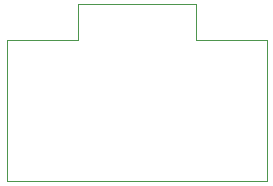
<source format=gm1>
G04 #@! TF.GenerationSoftware,KiCad,Pcbnew,5.1.5+dfsg1-2build2*
G04 #@! TF.CreationDate,2022-10-02T22:40:52+02:00*
G04 #@! TF.ProjectId,fox_usb,666f785f-7573-4622-9e6b-696361645f70,rev?*
G04 #@! TF.SameCoordinates,Original*
G04 #@! TF.FileFunction,Profile,NP*
%FSLAX46Y46*%
G04 Gerber Fmt 4.6, Leading zero omitted, Abs format (unit mm)*
G04 Created by KiCad (PCBNEW 5.1.5+dfsg1-2build2) date 2022-10-02 22:40:52*
%MOMM*%
%LPD*%
G04 APERTURE LIST*
%ADD10C,0.050000*%
G04 APERTURE END LIST*
D10*
X116000000Y-53000000D02*
X116000000Y-65000000D01*
X110000000Y-50000000D02*
X110000000Y-53000000D01*
X100000000Y-50000000D02*
X110000000Y-50000000D01*
X100000000Y-50000000D02*
X100000000Y-53000000D01*
X116000000Y-65000000D02*
X94000000Y-65000000D01*
X94000000Y-53000000D02*
X94000000Y-65000000D01*
X100000000Y-53000000D02*
X94000000Y-53000000D01*
X110000000Y-53000000D02*
X116000000Y-53000000D01*
M02*

</source>
